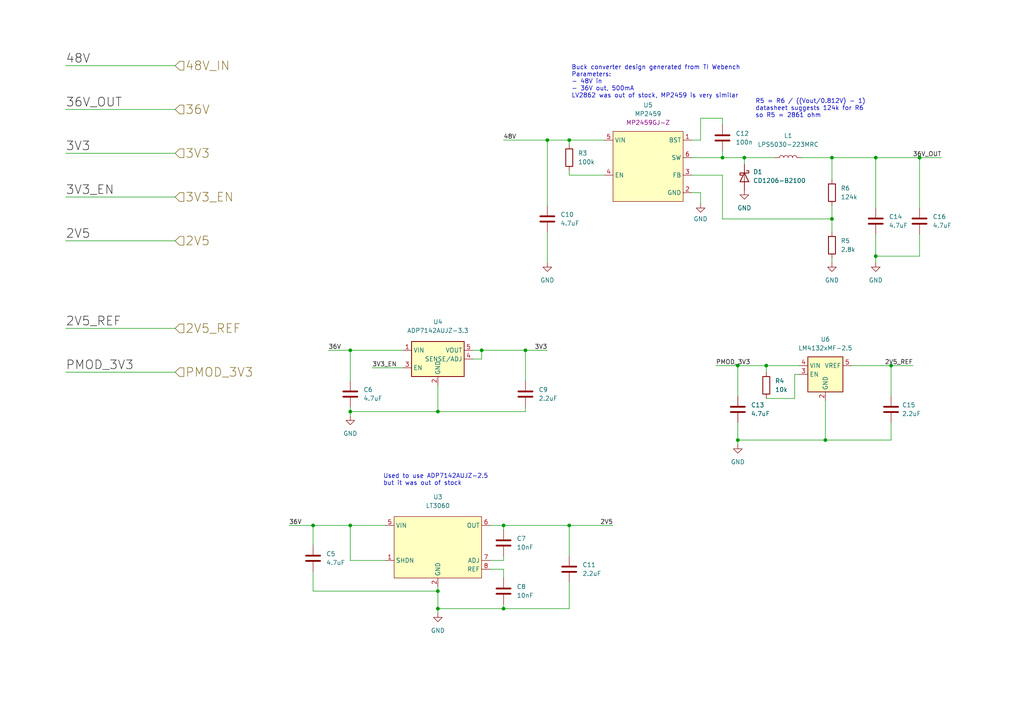
<source format=kicad_sch>
(kicad_sch (version 20211123) (generator eeschema)

  (uuid 8c044747-6f51-4298-b058-074814831f90)

  (paper "A4")

  (lib_symbols
    (symbol "Device:C" (pin_numbers hide) (pin_names (offset 0.254)) (in_bom yes) (on_board yes)
      (property "Reference" "C" (id 0) (at 0.635 2.54 0)
        (effects (font (size 1.27 1.27)) (justify left))
      )
      (property "Value" "C" (id 1) (at 0.635 -2.54 0)
        (effects (font (size 1.27 1.27)) (justify left))
      )
      (property "Footprint" "" (id 2) (at 0.9652 -3.81 0)
        (effects (font (size 1.27 1.27)) hide)
      )
      (property "Datasheet" "~" (id 3) (at 0 0 0)
        (effects (font (size 1.27 1.27)) hide)
      )
      (property "ki_keywords" "cap capacitor" (id 4) (at 0 0 0)
        (effects (font (size 1.27 1.27)) hide)
      )
      (property "ki_description" "Unpolarized capacitor" (id 5) (at 0 0 0)
        (effects (font (size 1.27 1.27)) hide)
      )
      (property "ki_fp_filters" "C_*" (id 6) (at 0 0 0)
        (effects (font (size 1.27 1.27)) hide)
      )
      (symbol "C_0_1"
        (polyline
          (pts
            (xy -2.032 -0.762)
            (xy 2.032 -0.762)
          )
          (stroke (width 0.508) (type default) (color 0 0 0 0))
          (fill (type none))
        )
        (polyline
          (pts
            (xy -2.032 0.762)
            (xy 2.032 0.762)
          )
          (stroke (width 0.508) (type default) (color 0 0 0 0))
          (fill (type none))
        )
      )
      (symbol "C_1_1"
        (pin passive line (at 0 3.81 270) (length 2.794)
          (name "~" (effects (font (size 1.27 1.27))))
          (number "1" (effects (font (size 1.27 1.27))))
        )
        (pin passive line (at 0 -3.81 90) (length 2.794)
          (name "~" (effects (font (size 1.27 1.27))))
          (number "2" (effects (font (size 1.27 1.27))))
        )
      )
    )
    (symbol "Device:D_Schottky" (pin_numbers hide) (pin_names (offset 1.016) hide) (in_bom yes) (on_board yes)
      (property "Reference" "D" (id 0) (at 0 2.54 0)
        (effects (font (size 1.27 1.27)))
      )
      (property "Value" "D_Schottky" (id 1) (at 0 -2.54 0)
        (effects (font (size 1.27 1.27)))
      )
      (property "Footprint" "" (id 2) (at 0 0 0)
        (effects (font (size 1.27 1.27)) hide)
      )
      (property "Datasheet" "~" (id 3) (at 0 0 0)
        (effects (font (size 1.27 1.27)) hide)
      )
      (property "ki_keywords" "diode Schottky" (id 4) (at 0 0 0)
        (effects (font (size 1.27 1.27)) hide)
      )
      (property "ki_description" "Schottky diode" (id 5) (at 0 0 0)
        (effects (font (size 1.27 1.27)) hide)
      )
      (property "ki_fp_filters" "TO-???* *_Diode_* *SingleDiode* D_*" (id 6) (at 0 0 0)
        (effects (font (size 1.27 1.27)) hide)
      )
      (symbol "D_Schottky_0_1"
        (polyline
          (pts
            (xy 1.27 0)
            (xy -1.27 0)
          )
          (stroke (width 0) (type default) (color 0 0 0 0))
          (fill (type none))
        )
        (polyline
          (pts
            (xy 1.27 1.27)
            (xy 1.27 -1.27)
            (xy -1.27 0)
            (xy 1.27 1.27)
          )
          (stroke (width 0.254) (type default) (color 0 0 0 0))
          (fill (type none))
        )
        (polyline
          (pts
            (xy -1.905 0.635)
            (xy -1.905 1.27)
            (xy -1.27 1.27)
            (xy -1.27 -1.27)
            (xy -0.635 -1.27)
            (xy -0.635 -0.635)
          )
          (stroke (width 0.254) (type default) (color 0 0 0 0))
          (fill (type none))
        )
      )
      (symbol "D_Schottky_1_1"
        (pin passive line (at -3.81 0 0) (length 2.54)
          (name "K" (effects (font (size 1.27 1.27))))
          (number "1" (effects (font (size 1.27 1.27))))
        )
        (pin passive line (at 3.81 0 180) (length 2.54)
          (name "A" (effects (font (size 1.27 1.27))))
          (number "2" (effects (font (size 1.27 1.27))))
        )
      )
    )
    (symbol "Device:L" (pin_numbers hide) (pin_names (offset 1.016) hide) (in_bom yes) (on_board yes)
      (property "Reference" "L" (id 0) (at -1.27 0 90)
        (effects (font (size 1.27 1.27)))
      )
      (property "Value" "L" (id 1) (at 1.905 0 90)
        (effects (font (size 1.27 1.27)))
      )
      (property "Footprint" "" (id 2) (at 0 0 0)
        (effects (font (size 1.27 1.27)) hide)
      )
      (property "Datasheet" "~" (id 3) (at 0 0 0)
        (effects (font (size 1.27 1.27)) hide)
      )
      (property "ki_keywords" "inductor choke coil reactor magnetic" (id 4) (at 0 0 0)
        (effects (font (size 1.27 1.27)) hide)
      )
      (property "ki_description" "Inductor" (id 5) (at 0 0 0)
        (effects (font (size 1.27 1.27)) hide)
      )
      (property "ki_fp_filters" "Choke_* *Coil* Inductor_* L_*" (id 6) (at 0 0 0)
        (effects (font (size 1.27 1.27)) hide)
      )
      (symbol "L_0_1"
        (arc (start 0 -2.54) (mid 0.635 -1.905) (end 0 -1.27)
          (stroke (width 0) (type default) (color 0 0 0 0))
          (fill (type none))
        )
        (arc (start 0 -1.27) (mid 0.635 -0.635) (end 0 0)
          (stroke (width 0) (type default) (color 0 0 0 0))
          (fill (type none))
        )
        (arc (start 0 0) (mid 0.635 0.635) (end 0 1.27)
          (stroke (width 0) (type default) (color 0 0 0 0))
          (fill (type none))
        )
        (arc (start 0 1.27) (mid 0.635 1.905) (end 0 2.54)
          (stroke (width 0) (type default) (color 0 0 0 0))
          (fill (type none))
        )
      )
      (symbol "L_1_1"
        (pin passive line (at 0 3.81 270) (length 1.27)
          (name "1" (effects (font (size 1.27 1.27))))
          (number "1" (effects (font (size 1.27 1.27))))
        )
        (pin passive line (at 0 -3.81 90) (length 1.27)
          (name "2" (effects (font (size 1.27 1.27))))
          (number "2" (effects (font (size 1.27 1.27))))
        )
      )
    )
    (symbol "Device:R" (pin_numbers hide) (pin_names (offset 0)) (in_bom yes) (on_board yes)
      (property "Reference" "R" (id 0) (at 2.032 0 90)
        (effects (font (size 1.27 1.27)))
      )
      (property "Value" "R" (id 1) (at 0 0 90)
        (effects (font (size 1.27 1.27)))
      )
      (property "Footprint" "" (id 2) (at -1.778 0 90)
        (effects (font (size 1.27 1.27)) hide)
      )
      (property "Datasheet" "~" (id 3) (at 0 0 0)
        (effects (font (size 1.27 1.27)) hide)
      )
      (property "ki_keywords" "R res resistor" (id 4) (at 0 0 0)
        (effects (font (size 1.27 1.27)) hide)
      )
      (property "ki_description" "Resistor" (id 5) (at 0 0 0)
        (effects (font (size 1.27 1.27)) hide)
      )
      (property "ki_fp_filters" "R_*" (id 6) (at 0 0 0)
        (effects (font (size 1.27 1.27)) hide)
      )
      (symbol "R_0_1"
        (rectangle (start -1.016 -2.54) (end 1.016 2.54)
          (stroke (width 0.254) (type default) (color 0 0 0 0))
          (fill (type none))
        )
      )
      (symbol "R_1_1"
        (pin passive line (at 0 3.81 270) (length 1.27)
          (name "~" (effects (font (size 1.27 1.27))))
          (number "1" (effects (font (size 1.27 1.27))))
        )
        (pin passive line (at 0 -3.81 90) (length 1.27)
          (name "~" (effects (font (size 1.27 1.27))))
          (number "2" (effects (font (size 1.27 1.27))))
        )
      )
    )
    (symbol "Reference_Voltage:LM4132xMF-2.5" (in_bom yes) (on_board yes)
      (property "Reference" "U" (id 0) (at -4.318 6.096 0)
        (effects (font (size 1.27 1.27)))
      )
      (property "Value" "LM4132xMF-2.5" (id 1) (at 7.874 6.096 0)
        (effects (font (size 1.27 1.27)))
      )
      (property "Footprint" "Package_TO_SOT_SMD:SOT-23-5" (id 2) (at 0 -10.16 0)
        (effects (font (size 1.27 1.27)) hide)
      )
      (property "Datasheet" "http://www.ti.com/lit/ds/symlink/lm4132.pdf" (id 3) (at 0 0 0)
        (effects (font (size 1.27 1.27)) hide)
      )
      (property "ki_keywords" "Precision Low Dropout Voltage Reference 2.5V" (id 4) (at 0 0 0)
        (effects (font (size 1.27 1.27)) hide)
      )
      (property "ki_description" "Precision Low Dropout Voltage Reference, 2.5V, ±0.05% to ±0.5%, SOT-23-5" (id 5) (at 0 0 0)
        (effects (font (size 1.27 1.27)) hide)
      )
      (property "ki_fp_filters" "SOT?23*" (id 6) (at 0 0 0)
        (effects (font (size 1.27 1.27)) hide)
      )
      (symbol "LM4132xMF-2.5_0_1"
        (rectangle (start -5.08 5.08) (end 5.08 -5.08)
          (stroke (width 0.254) (type default) (color 0 0 0 0))
          (fill (type background))
        )
      )
      (symbol "LM4132xMF-2.5_1_1"
        (pin no_connect line (at 5.08 0 180) (length 2.54) hide
          (name "NC" (effects (font (size 1.27 1.27))))
          (number "1" (effects (font (size 1.27 1.27))))
        )
        (pin power_in line (at 0 -7.62 90) (length 2.54)
          (name "GND" (effects (font (size 1.27 1.27))))
          (number "2" (effects (font (size 1.27 1.27))))
        )
        (pin input line (at -7.62 0 0) (length 2.54)
          (name "EN" (effects (font (size 1.27 1.27))))
          (number "3" (effects (font (size 1.27 1.27))))
        )
        (pin power_in line (at -7.62 2.54 0) (length 2.54)
          (name "VIN" (effects (font (size 1.27 1.27))))
          (number "4" (effects (font (size 1.27 1.27))))
        )
        (pin power_out line (at 7.62 2.54 180) (length 2.54)
          (name "VREF" (effects (font (size 1.27 1.27))))
          (number "5" (effects (font (size 1.27 1.27))))
        )
      )
    )
    (symbol "Regulator_Linear:ADP7142AUJZ-3.3" (in_bom yes) (on_board yes)
      (property "Reference" "U" (id 0) (at 0 8.89 0)
        (effects (font (size 1.27 1.27)) (justify top))
      )
      (property "Value" "ADP7142AUJZ-3.3" (id 1) (at 0 6.35 0)
        (effects (font (size 1.27 1.27)))
      )
      (property "Footprint" "Package_TO_SOT_SMD:TSOT-23-5" (id 2) (at 0 -10.16 0)
        (effects (font (size 1.27 1.27) italic) hide)
      )
      (property "Datasheet" "https://www.analog.com/media/en/technical-documentation/data-sheets/ADP7142.pdf" (id 3) (at 0 -12.7 0)
        (effects (font (size 1.27 1.27)) hide)
      )
      (property "ki_keywords" "linear regulator ldo fixed positive" (id 4) (at 0 0 0)
        (effects (font (size 1.27 1.27)) hide)
      )
      (property "ki_description" "200mA, Low Noise, CMOS Low Dropout Regulator, Positive, 3.3V Fixed Output, TSOT-23-5" (id 5) (at 0 0 0)
        (effects (font (size 1.27 1.27)) hide)
      )
      (property "ki_fp_filters" "TSOT?23*" (id 6) (at 0 0 0)
        (effects (font (size 1.27 1.27)) hide)
      )
      (symbol "ADP7142AUJZ-3.3_0_1"
        (rectangle (start -7.62 5.08) (end 7.62 -5.08)
          (stroke (width 0.254) (type default) (color 0 0 0 0))
          (fill (type background))
        )
      )
      (symbol "ADP7142AUJZ-3.3_1_1"
        (pin power_in line (at -10.16 2.54 0) (length 2.54)
          (name "VIN" (effects (font (size 1.27 1.27))))
          (number "1" (effects (font (size 1.27 1.27))))
        )
        (pin power_in line (at 0 -7.62 90) (length 2.54)
          (name "GND" (effects (font (size 1.27 1.27))))
          (number "2" (effects (font (size 1.27 1.27))))
        )
        (pin input line (at -10.16 -2.54 0) (length 2.54)
          (name "EN" (effects (font (size 1.27 1.27))))
          (number "3" (effects (font (size 1.27 1.27))))
        )
        (pin input line (at 10.16 0 180) (length 2.54)
          (name "SENSE/ADJ" (effects (font (size 1.27 1.27))))
          (number "4" (effects (font (size 1.27 1.27))))
        )
        (pin power_out line (at 10.16 2.54 180) (length 2.54)
          (name "VOUT" (effects (font (size 1.27 1.27))))
          (number "5" (effects (font (size 1.27 1.27))))
        )
      )
    )
    (symbol "power:GND" (power) (pin_names (offset 0)) (in_bom yes) (on_board yes)
      (property "Reference" "#PWR" (id 0) (at 0 -6.35 0)
        (effects (font (size 1.27 1.27)) hide)
      )
      (property "Value" "GND" (id 1) (at 0 -3.81 0)
        (effects (font (size 1.27 1.27)))
      )
      (property "Footprint" "" (id 2) (at 0 0 0)
        (effects (font (size 1.27 1.27)) hide)
      )
      (property "Datasheet" "" (id 3) (at 0 0 0)
        (effects (font (size 1.27 1.27)) hide)
      )
      (property "ki_keywords" "power-flag" (id 4) (at 0 0 0)
        (effects (font (size 1.27 1.27)) hide)
      )
      (property "ki_description" "Power symbol creates a global label with name \"GND\" , ground" (id 5) (at 0 0 0)
        (effects (font (size 1.27 1.27)) hide)
      )
      (symbol "GND_0_1"
        (polyline
          (pts
            (xy 0 0)
            (xy 0 -1.27)
            (xy 1.27 -1.27)
            (xy 0 -2.54)
            (xy -1.27 -1.27)
            (xy 0 -1.27)
          )
          (stroke (width 0) (type default) (color 0 0 0 0))
          (fill (type none))
        )
      )
      (symbol "GND_1_1"
        (pin power_in line (at 0 0 270) (length 0) hide
          (name "GND" (effects (font (size 1.27 1.27))))
          (number "1" (effects (font (size 1.27 1.27))))
        )
      )
    )
    (symbol "printhead_controller:LT3060" (in_bom yes) (on_board yes)
      (property "Reference" "U" (id 0) (at 22.86 2.54 0)
        (effects (font (size 1.27 1.27)))
      )
      (property "Value" "LT3060" (id 1) (at 12.7 2.54 0)
        (effects (font (size 1.27 1.27)))
      )
      (property "Footprint" "" (id 2) (at 12.7 2.54 0)
        (effects (font (size 1.27 1.27)) hide)
      )
      (property "Datasheet" "" (id 3) (at 12.7 2.54 0)
        (effects (font (size 1.27 1.27)) hide)
      )
      (symbol "LT3060_0_1"
        (rectangle (start 25.4 -17.78) (end 0 0)
          (stroke (width 0) (type default) (color 0 0 0 0))
          (fill (type background))
        )
      )
      (symbol "LT3060_1_1"
        (pin passive line (at -2.54 -12.7 0) (length 2.54)
          (name "SHDN" (effects (font (size 1.27 1.27))))
          (number "1" (effects (font (size 1.27 1.27))))
        )
        (pin passive line (at 12.7 -20.32 90) (length 2.54)
          (name "GND" (effects (font (size 1.27 1.27))))
          (number "2" (effects (font (size 1.27 1.27))))
        )
        (pin passive line (at 12.7 -20.32 90) (length 2.54) hide
          (name "GND" (effects (font (size 1.27 1.27))))
          (number "3" (effects (font (size 1.27 1.27))))
        )
        (pin passive line (at 12.7 -20.32 90) (length 2.54) hide
          (name "GND" (effects (font (size 1.27 1.27))))
          (number "4" (effects (font (size 1.27 1.27))))
        )
        (pin power_in line (at -2.54 -2.54 0) (length 2.54)
          (name "VIN" (effects (font (size 1.27 1.27))))
          (number "5" (effects (font (size 1.27 1.27))))
        )
        (pin power_out line (at 27.94 -2.54 180) (length 2.54)
          (name "OUT" (effects (font (size 1.27 1.27))))
          (number "6" (effects (font (size 1.27 1.27))))
        )
        (pin passive line (at 27.94 -12.7 180) (length 2.54)
          (name "ADJ" (effects (font (size 1.27 1.27))))
          (number "7" (effects (font (size 1.27 1.27))))
        )
        (pin passive line (at 27.94 -15.24 180) (length 2.54)
          (name "REF" (effects (font (size 1.27 1.27))))
          (number "8" (effects (font (size 1.27 1.27))))
        )
      )
    )
    (symbol "printhead_controller:MP2459" (in_bom yes) (on_board yes)
      (property "Reference" "U" (id 0) (at 0 -21.59 0)
        (effects (font (size 1.27 1.27)))
      )
      (property "Value" "MP2459" (id 1) (at 0 1.27 0)
        (effects (font (size 1.27 1.27)))
      )
      (property "Footprint" "" (id 2) (at 0 5.08 0)
        (effects (font (size 1.27 1.27)) hide)
      )
      (property "Datasheet" "https://www.mouser.com/datasheet/2/277/MP2459GJ_Z-2945766.pdf" (id 3) (at 0 3.81 0)
        (effects (font (size 1.27 1.27)) hide)
      )
      (property "manf#" "MP2459GJ-Z" (id 4) (at 0 0 0)
        (effects (font (size 1.27 1.27)))
      )
      (symbol "MP2459_0_1"
        (rectangle (start 10.16 0) (end -10.16 -20.32)
          (stroke (width 0) (type default) (color 0 0 0 0))
          (fill (type background))
        )
      )
      (symbol "MP2459_1_1"
        (pin passive line (at 12.7 -2.54 180) (length 2.54)
          (name "BST" (effects (font (size 1.27 1.27))))
          (number "1" (effects (font (size 1.27 1.27))))
        )
        (pin power_in line (at 12.7 -17.78 180) (length 2.54)
          (name "GND" (effects (font (size 1.27 1.27))))
          (number "2" (effects (font (size 1.27 1.27))))
        )
        (pin passive line (at 12.7 -12.7 180) (length 2.54)
          (name "FB" (effects (font (size 1.27 1.27))))
          (number "3" (effects (font (size 1.27 1.27))))
        )
        (pin input line (at -12.7 -12.7 0) (length 2.54)
          (name "EN" (effects (font (size 1.27 1.27))))
          (number "4" (effects (font (size 1.27 1.27))))
        )
        (pin power_in line (at -12.7 -2.54 0) (length 2.54)
          (name "VIN" (effects (font (size 1.27 1.27))))
          (number "5" (effects (font (size 1.27 1.27))))
        )
        (pin passive line (at 12.7 -7.62 180) (length 2.54)
          (name "SW" (effects (font (size 1.27 1.27))))
          (number "6" (effects (font (size 1.27 1.27))))
        )
      )
    )
  )

  (junction (at 127 176.53) (diameter 0) (color 0 0 0 0)
    (uuid 02648c74-be83-4c87-8d56-8cf0d8d07a3c)
  )
  (junction (at 254 74.295) (diameter 0) (color 0 0 0 0)
    (uuid 041913c8-cdae-4a20-9c4b-3311671c3163)
  )
  (junction (at 127 119.38) (diameter 0) (color 0 0 0 0)
    (uuid 13d52f93-a281-4912-9b8f-6422d7eae7a0)
  )
  (junction (at 258.445 106.045) (diameter 0) (color 0 0 0 0)
    (uuid 159f5f86-1a08-4fd1-90ef-67a601dd40c7)
  )
  (junction (at 241.3 45.72) (diameter 0) (color 0 0 0 0)
    (uuid 19b08413-f2cb-46e0-a79f-498ced3adc44)
  )
  (junction (at 213.995 127.635) (diameter 0) (color 0 0 0 0)
    (uuid 3d6b2382-e5b8-4286-80fb-eaa2c82f0a08)
  )
  (junction (at 139.7 101.6) (diameter 0) (color 0 0 0 0)
    (uuid 4180c687-d4f0-46af-8c1e-037bf248946f)
  )
  (junction (at 158.75 40.64) (diameter 0) (color 0 0 0 0)
    (uuid 49a6ac18-146b-4bb4-bb72-3fb3f293859c)
  )
  (junction (at 209.55 45.72) (diameter 0) (color 0 0 0 0)
    (uuid 6c01c6c6-9aa0-49a3-ba83-8ccbc4eaecda)
  )
  (junction (at 213.995 106.045) (diameter 0) (color 0 0 0 0)
    (uuid 74e2db32-14b6-495c-a723-7934870cf32b)
  )
  (junction (at 146.05 176.53) (diameter 0) (color 0 0 0 0)
    (uuid 78268f53-75fc-4229-9f07-3aef718a10cd)
  )
  (junction (at 127 171.45) (diameter 0) (color 0 0 0 0)
    (uuid 847d6156-482d-4d7e-9c43-da022372adde)
  )
  (junction (at 215.9 45.72) (diameter 0) (color 0 0 0 0)
    (uuid 8955500f-610e-454d-9df2-de2ea338647e)
  )
  (junction (at 146.05 152.4) (diameter 0) (color 0 0 0 0)
    (uuid 8ea0f193-41f1-424b-ac16-490b4a07bcdc)
  )
  (junction (at 101.6 101.6) (diameter 0) (color 0 0 0 0)
    (uuid 9558df2d-308f-400c-b131-38ccc1bc8633)
  )
  (junction (at 90.805 152.4) (diameter 0) (color 0 0 0 0)
    (uuid 9ac62fcd-5e04-439d-81b6-fc80a8ee11f1)
  )
  (junction (at 222.25 106.045) (diameter 0) (color 0 0 0 0)
    (uuid a47eabec-a499-4df0-92ec-7d86f5f86807)
  )
  (junction (at 254 45.72) (diameter 0) (color 0 0 0 0)
    (uuid b1cbd622-c301-4c9c-961a-d66a9ef69dd1)
  )
  (junction (at 239.395 127.635) (diameter 0) (color 0 0 0 0)
    (uuid b21e4e7a-0744-4ad4-b54f-0d6889ee07c3)
  )
  (junction (at 101.6 119.38) (diameter 0) (color 0 0 0 0)
    (uuid b57b9826-c4ab-4fa7-bcd5-08c136bc6aeb)
  )
  (junction (at 266.7 45.72) (diameter 0) (color 0 0 0 0)
    (uuid b9471385-2bc2-4c13-8293-d5f9ae77b19e)
  )
  (junction (at 241.3 63.5) (diameter 0) (color 0 0 0 0)
    (uuid c4bed4a3-dc38-4c46-9d0f-27c9c4c3a9c1)
  )
  (junction (at 165.1 152.4) (diameter 0) (color 0 0 0 0)
    (uuid cd6c8a88-0002-4d78-9dde-5ab0e2a93703)
  )
  (junction (at 101.6 152.4) (diameter 0) (color 0 0 0 0)
    (uuid d9d9da93-63be-4c28-8943-5f7bb4b31b89)
  )
  (junction (at 165.1 40.64) (diameter 0) (color 0 0 0 0)
    (uuid f4f8c556-e8a4-40f1-aa4f-afde5390f0b4)
  )
  (junction (at 152.4 101.6) (diameter 0) (color 0 0 0 0)
    (uuid fe2b2866-62a1-482e-8635-02fb50f9871f)
  )

  (wire (pts (xy 200.66 40.64) (xy 203.2 40.64))
    (stroke (width 0) (type default) (color 0 0 0 0))
    (uuid 0177f2d9-f7b2-4acb-805d-28b9644dfc9b)
  )
  (wire (pts (xy 258.445 122.555) (xy 258.445 127.635))
    (stroke (width 0) (type default) (color 0 0 0 0))
    (uuid 039150cd-7797-43c5-b8e6-d849ca354a2f)
  )
  (wire (pts (xy 158.75 67.31) (xy 158.75 76.2))
    (stroke (width 0) (type default) (color 0 0 0 0))
    (uuid 042b9a93-00bc-4432-8833-306d3e3c4193)
  )
  (wire (pts (xy 90.805 152.4) (xy 101.6 152.4))
    (stroke (width 0) (type default) (color 0 0 0 0))
    (uuid 04f77461-8939-4387-aead-695eee3a87ac)
  )
  (wire (pts (xy 254 45.72) (xy 254 60.325))
    (stroke (width 0) (type default) (color 0 0 0 0))
    (uuid 08d225ca-abc6-465e-8822-854e5816b338)
  )
  (wire (pts (xy 107.95 106.68) (xy 116.84 106.68))
    (stroke (width 0) (type default) (color 0 0 0 0))
    (uuid 0aacf11c-082b-480b-9c75-364b82717b8a)
  )
  (wire (pts (xy 209.55 45.72) (xy 215.9 45.72))
    (stroke (width 0) (type default) (color 0 0 0 0))
    (uuid 0affd8c4-7415-4286-a4bb-a4afee5d4d34)
  )
  (wire (pts (xy 258.445 106.045) (xy 264.795 106.045))
    (stroke (width 0) (type default) (color 0 0 0 0))
    (uuid 0cae7362-fc4c-4ba7-aa42-a9251a82ee10)
  )
  (wire (pts (xy 152.4 101.6) (xy 158.75 101.6))
    (stroke (width 0) (type default) (color 0 0 0 0))
    (uuid 10dc9291-0dc1-4dfa-ba4d-49bdfc2f7689)
  )
  (wire (pts (xy 90.805 165.735) (xy 90.805 171.45))
    (stroke (width 0) (type default) (color 0 0 0 0))
    (uuid 127e30e2-c236-49c7-887b-7531ec6eb8d8)
  )
  (wire (pts (xy 266.7 67.945) (xy 266.7 74.295))
    (stroke (width 0) (type default) (color 0 0 0 0))
    (uuid 145467eb-1644-4ef0-88fe-79ae13b4e404)
  )
  (wire (pts (xy 152.4 110.49) (xy 152.4 101.6))
    (stroke (width 0) (type default) (color 0 0 0 0))
    (uuid 157ea671-04a1-4d8f-aa81-321394beb3da)
  )
  (wire (pts (xy 165.1 40.64) (xy 175.26 40.64))
    (stroke (width 0) (type default) (color 0 0 0 0))
    (uuid 16980b1d-894e-4e5f-a2b2-bac9a1ba3c5b)
  )
  (wire (pts (xy 90.805 158.115) (xy 90.805 152.4))
    (stroke (width 0) (type default) (color 0 0 0 0))
    (uuid 192256e7-f759-4b1f-8992-735f44785112)
  )
  (wire (pts (xy 209.55 50.8) (xy 209.55 63.5))
    (stroke (width 0) (type default) (color 0 0 0 0))
    (uuid 1eaf1175-8b6c-4ef0-9ba2-d8677dabba92)
  )
  (wire (pts (xy 247.015 106.045) (xy 258.445 106.045))
    (stroke (width 0) (type default) (color 0 0 0 0))
    (uuid 1f1a38e8-63f9-4a70-8822-25c0496fc640)
  )
  (wire (pts (xy 95.25 101.6) (xy 101.6 101.6))
    (stroke (width 0) (type default) (color 0 0 0 0))
    (uuid 1f218a4d-6f8c-412a-9582-4f3fc99d9284)
  )
  (wire (pts (xy 146.05 152.4) (xy 146.05 153.67))
    (stroke (width 0) (type default) (color 0 0 0 0))
    (uuid 1f483801-cd84-4f9e-a78c-12895f870c0c)
  )
  (wire (pts (xy 101.6 152.4) (xy 111.76 152.4))
    (stroke (width 0) (type default) (color 0 0 0 0))
    (uuid 1f64c2fa-89ce-4835-bfa2-b9790d679f3f)
  )
  (wire (pts (xy 152.4 101.6) (xy 139.7 101.6))
    (stroke (width 0) (type default) (color 0 0 0 0))
    (uuid 21f3bdc1-e9e0-490b-afab-f0844f2b63bb)
  )
  (wire (pts (xy 127 176.53) (xy 127 177.8))
    (stroke (width 0) (type default) (color 0 0 0 0))
    (uuid 2234c188-392e-484e-b1ae-3f4052ebb9e1)
  )
  (wire (pts (xy 232.41 45.72) (xy 241.3 45.72))
    (stroke (width 0) (type default) (color 0 0 0 0))
    (uuid 22691743-a9ad-41cb-8883-f37e0650fa46)
  )
  (wire (pts (xy 146.05 176.53) (xy 165.1 176.53))
    (stroke (width 0) (type default) (color 0 0 0 0))
    (uuid 2594740d-19b8-405d-8868-24ba24cb89ff)
  )
  (wire (pts (xy 101.6 110.49) (xy 101.6 101.6))
    (stroke (width 0) (type default) (color 0 0 0 0))
    (uuid 268252c3-1623-473d-be10-3b1bb91e7212)
  )
  (wire (pts (xy 101.6 162.56) (xy 111.76 162.56))
    (stroke (width 0) (type default) (color 0 0 0 0))
    (uuid 2710b0dc-4988-4f9b-886e-4f713a2f994e)
  )
  (wire (pts (xy 127 176.53) (xy 146.05 176.53))
    (stroke (width 0) (type default) (color 0 0 0 0))
    (uuid 2a017e92-9de7-4885-9e5d-cb4809bbf8ca)
  )
  (wire (pts (xy 230.505 108.585) (xy 230.505 115.57))
    (stroke (width 0) (type default) (color 0 0 0 0))
    (uuid 2bf9eb5b-009a-4169-b3fe-f43ced3b5358)
  )
  (wire (pts (xy 83.82 152.4) (xy 90.805 152.4))
    (stroke (width 0) (type default) (color 0 0 0 0))
    (uuid 3133cb17-d612-4103-a748-2799ddae3e6e)
  )
  (wire (pts (xy 142.24 165.1) (xy 146.05 165.1))
    (stroke (width 0) (type default) (color 0 0 0 0))
    (uuid 32cb4271-da6b-4a90-8430-4183fc89b838)
  )
  (wire (pts (xy 203.2 34.29) (xy 209.55 34.29))
    (stroke (width 0) (type default) (color 0 0 0 0))
    (uuid 32f6fde8-3fa5-49af-b639-a67856120836)
  )
  (wire (pts (xy 213.995 106.045) (xy 213.995 114.935))
    (stroke (width 0) (type default) (color 0 0 0 0))
    (uuid 36a4d5f1-683d-42e7-a340-636e1ed75600)
  )
  (wire (pts (xy 165.1 40.64) (xy 165.1 41.91))
    (stroke (width 0) (type default) (color 0 0 0 0))
    (uuid 372454aa-43e3-49bd-8d97-ba7fb0dde3b2)
  )
  (wire (pts (xy 127 119.38) (xy 152.4 119.38))
    (stroke (width 0) (type default) (color 0 0 0 0))
    (uuid 3b26e2d5-109e-44a4-b24f-da381262960a)
  )
  (wire (pts (xy 241.3 59.69) (xy 241.3 63.5))
    (stroke (width 0) (type default) (color 0 0 0 0))
    (uuid 41d164ba-efdf-475b-ab71-ec16a1807a46)
  )
  (wire (pts (xy 101.6 118.11) (xy 101.6 119.38))
    (stroke (width 0) (type default) (color 0 0 0 0))
    (uuid 4467417f-accc-4219-a606-fd5cd78a1583)
  )
  (wire (pts (xy 19.05 69.85) (xy 50.8 69.85))
    (stroke (width 0) (type default) (color 0 0 0 0))
    (uuid 47314a0d-1c9b-45bc-9e08-b379a25805f0)
  )
  (wire (pts (xy 127 170.18) (xy 127 171.45))
    (stroke (width 0) (type default) (color 0 0 0 0))
    (uuid 47b7b707-9902-4781-b768-f49ba920b70f)
  )
  (wire (pts (xy 213.995 106.045) (xy 222.25 106.045))
    (stroke (width 0) (type default) (color 0 0 0 0))
    (uuid 480468d5-a4c1-4f86-849d-a4e0745b17eb)
  )
  (wire (pts (xy 241.3 45.72) (xy 254 45.72))
    (stroke (width 0) (type default) (color 0 0 0 0))
    (uuid 488b84e5-2f3a-4247-8483-72677ea935e5)
  )
  (wire (pts (xy 158.75 40.64) (xy 158.75 59.69))
    (stroke (width 0) (type default) (color 0 0 0 0))
    (uuid 4f67894b-6acb-4fdb-9f1e-a6274b0f749e)
  )
  (wire (pts (xy 207.645 106.045) (xy 213.995 106.045))
    (stroke (width 0) (type default) (color 0 0 0 0))
    (uuid 4f9df64e-2432-41b8-a72c-b885534a5cf6)
  )
  (wire (pts (xy 209.55 63.5) (xy 241.3 63.5))
    (stroke (width 0) (type default) (color 0 0 0 0))
    (uuid 50135da2-a360-460b-bcd6-fa919fab62bd)
  )
  (wire (pts (xy 239.395 127.635) (xy 239.395 116.205))
    (stroke (width 0) (type default) (color 0 0 0 0))
    (uuid 55a362f3-d9ff-4bbe-973e-539e20ad7ae1)
  )
  (wire (pts (xy 241.3 63.5) (xy 241.3 67.31))
    (stroke (width 0) (type default) (color 0 0 0 0))
    (uuid 59c3fc33-7dc0-4653-925d-721ded34ff6d)
  )
  (wire (pts (xy 239.395 127.635) (xy 258.445 127.635))
    (stroke (width 0) (type default) (color 0 0 0 0))
    (uuid 5c733f14-cb15-4ced-b8ec-688b84b57b35)
  )
  (wire (pts (xy 165.1 152.4) (xy 177.8 152.4))
    (stroke (width 0) (type default) (color 0 0 0 0))
    (uuid 61753de3-d29e-4b8f-ba0d-4997d7358c8b)
  )
  (wire (pts (xy 101.6 119.38) (xy 101.6 120.65))
    (stroke (width 0) (type default) (color 0 0 0 0))
    (uuid 650e48ae-2f31-4cb4-9d78-ff8822778d04)
  )
  (wire (pts (xy 139.7 101.6) (xy 137.16 101.6))
    (stroke (width 0) (type default) (color 0 0 0 0))
    (uuid 67be287e-440c-4a1f-9da5-47c441f78acb)
  )
  (wire (pts (xy 165.1 49.53) (xy 165.1 50.8))
    (stroke (width 0) (type default) (color 0 0 0 0))
    (uuid 6bf17617-d7e3-458d-b5b0-98565ed183ac)
  )
  (wire (pts (xy 266.7 45.72) (xy 266.7 60.325))
    (stroke (width 0) (type default) (color 0 0 0 0))
    (uuid 6cfbffaf-0ad7-43b1-8630-eb09a96bfb17)
  )
  (wire (pts (xy 213.995 127.635) (xy 213.995 128.905))
    (stroke (width 0) (type default) (color 0 0 0 0))
    (uuid 6d15e61e-a8fb-4485-b23a-e1d6b4723721)
  )
  (wire (pts (xy 165.1 152.4) (xy 165.1 161.29))
    (stroke (width 0) (type default) (color 0 0 0 0))
    (uuid 6fff43da-6791-411f-970e-5d16d4e6929d)
  )
  (wire (pts (xy 146.05 40.64) (xy 158.75 40.64))
    (stroke (width 0) (type default) (color 0 0 0 0))
    (uuid 72d7d8c6-789b-4a97-8e87-be56f62510a4)
  )
  (wire (pts (xy 146.05 176.53) (xy 146.05 175.26))
    (stroke (width 0) (type default) (color 0 0 0 0))
    (uuid 7583f002-dd42-4802-80f4-e2981f6958bc)
  )
  (wire (pts (xy 19.05 95.25) (xy 50.8 95.25))
    (stroke (width 0) (type default) (color 0 0 0 0))
    (uuid 78552d46-deb2-4009-90a8-f68defd0ae4a)
  )
  (wire (pts (xy 137.16 104.14) (xy 139.7 104.14))
    (stroke (width 0) (type default) (color 0 0 0 0))
    (uuid 7aa5551a-7ebf-4f14-8e3c-a000de596422)
  )
  (wire (pts (xy 258.445 106.045) (xy 258.445 114.935))
    (stroke (width 0) (type default) (color 0 0 0 0))
    (uuid 7b2e9e2f-069b-4573-9423-ea36933bc4b4)
  )
  (wire (pts (xy 139.7 104.14) (xy 139.7 101.6))
    (stroke (width 0) (type default) (color 0 0 0 0))
    (uuid 7c4f6b4b-43cd-4b6d-b92d-4ca770b84c02)
  )
  (wire (pts (xy 146.05 162.56) (xy 146.05 161.29))
    (stroke (width 0) (type default) (color 0 0 0 0))
    (uuid 7d3634d6-b949-4cc8-b1b1-a09399559b51)
  )
  (wire (pts (xy 200.66 45.72) (xy 209.55 45.72))
    (stroke (width 0) (type default) (color 0 0 0 0))
    (uuid 80d41f86-3c4a-4d52-8cd4-4ec7464ab20d)
  )
  (wire (pts (xy 127 111.76) (xy 127 119.38))
    (stroke (width 0) (type default) (color 0 0 0 0))
    (uuid 82142a03-c0b4-4398-976c-623582ad599c)
  )
  (wire (pts (xy 19.05 19.05) (xy 50.8 19.05))
    (stroke (width 0) (type default) (color 0 0 0 0))
    (uuid 840076cc-f6e7-4d2f-804f-30efaf880a68)
  )
  (wire (pts (xy 127 171.45) (xy 127 176.53))
    (stroke (width 0) (type default) (color 0 0 0 0))
    (uuid 8c22d8cb-94f2-4709-9458-c01a26f204db)
  )
  (wire (pts (xy 213.995 122.555) (xy 213.995 127.635))
    (stroke (width 0) (type default) (color 0 0 0 0))
    (uuid 8f5fbf11-358b-46c1-a3ac-aeb64f8e93a2)
  )
  (wire (pts (xy 19.05 31.75) (xy 50.8 31.75))
    (stroke (width 0) (type default) (color 0 0 0 0))
    (uuid 900c000c-3b5d-4a08-a574-ce5f9c36c660)
  )
  (wire (pts (xy 266.7 45.72) (xy 273.05 45.72))
    (stroke (width 0) (type default) (color 0 0 0 0))
    (uuid 915c746e-b39a-4cf0-b072-148b6615cc54)
  )
  (wire (pts (xy 254 67.945) (xy 254 74.295))
    (stroke (width 0) (type default) (color 0 0 0 0))
    (uuid 98b00de6-236d-4cf8-b5f2-f99219c2f05c)
  )
  (wire (pts (xy 158.75 40.64) (xy 165.1 40.64))
    (stroke (width 0) (type default) (color 0 0 0 0))
    (uuid 9ab08b46-6723-4c55-996f-c40b63dbeb70)
  )
  (wire (pts (xy 152.4 119.38) (xy 152.4 118.11))
    (stroke (width 0) (type default) (color 0 0 0 0))
    (uuid 9c88513a-8e9a-4b38-8a7f-21e0cc3118e7)
  )
  (wire (pts (xy 101.6 152.4) (xy 101.6 162.56))
    (stroke (width 0) (type default) (color 0 0 0 0))
    (uuid 9edc424b-8ac8-4542-9d30-21889df7e278)
  )
  (wire (pts (xy 101.6 101.6) (xy 116.84 101.6))
    (stroke (width 0) (type default) (color 0 0 0 0))
    (uuid 9f6c739c-c5ad-4eaf-b4c8-f4e655bda6f8)
  )
  (wire (pts (xy 19.05 57.15) (xy 50.8 57.15))
    (stroke (width 0) (type default) (color 0 0 0 0))
    (uuid a0115afc-29e1-40fe-a9e7-0f205cc1c021)
  )
  (wire (pts (xy 266.7 74.295) (xy 254 74.295))
    (stroke (width 0) (type default) (color 0 0 0 0))
    (uuid a614248d-ea71-4c4c-adfa-7e57746c2e4a)
  )
  (wire (pts (xy 19.05 107.95) (xy 50.8 107.95))
    (stroke (width 0) (type default) (color 0 0 0 0))
    (uuid aae7fd4a-9e5c-4851-bced-9e7934e3d0ae)
  )
  (wire (pts (xy 90.805 171.45) (xy 127 171.45))
    (stroke (width 0) (type default) (color 0 0 0 0))
    (uuid abffa26c-31fa-4158-8c93-944660b4af4d)
  )
  (wire (pts (xy 200.66 50.8) (xy 209.55 50.8))
    (stroke (width 0) (type default) (color 0 0 0 0))
    (uuid ad30dd60-dd0f-4a77-aa1d-6cf323a6051e)
  )
  (wire (pts (xy 127 119.38) (xy 101.6 119.38))
    (stroke (width 0) (type default) (color 0 0 0 0))
    (uuid ae42f297-e997-48cd-9aa2-da73c5430a23)
  )
  (wire (pts (xy 165.1 168.91) (xy 165.1 176.53))
    (stroke (width 0) (type default) (color 0 0 0 0))
    (uuid ae5e4e94-64b3-4856-94ca-0809300754d1)
  )
  (wire (pts (xy 241.3 74.93) (xy 241.3 76.2))
    (stroke (width 0) (type default) (color 0 0 0 0))
    (uuid aee9165e-6cb5-4bc0-b0f5-afe62af6760b)
  )
  (wire (pts (xy 213.995 127.635) (xy 239.395 127.635))
    (stroke (width 0) (type default) (color 0 0 0 0))
    (uuid b228d5e6-ebfa-4c1d-b90e-98c5ccbf3cff)
  )
  (wire (pts (xy 215.9 45.72) (xy 215.9 47.625))
    (stroke (width 0) (type default) (color 0 0 0 0))
    (uuid b5b96085-1c56-411f-9530-b7b7d0d390b8)
  )
  (wire (pts (xy 146.05 165.1) (xy 146.05 167.64))
    (stroke (width 0) (type default) (color 0 0 0 0))
    (uuid b8a068ae-656e-4668-8004-55d5845c5682)
  )
  (wire (pts (xy 146.05 152.4) (xy 165.1 152.4))
    (stroke (width 0) (type default) (color 0 0 0 0))
    (uuid bc12804a-53b4-48b1-8639-19bf5b720bfb)
  )
  (wire (pts (xy 200.66 55.88) (xy 203.2 55.88))
    (stroke (width 0) (type default) (color 0 0 0 0))
    (uuid bc2a6774-22ad-4979-adcc-c101f68ebb51)
  )
  (wire (pts (xy 254 74.295) (xy 254 76.2))
    (stroke (width 0) (type default) (color 0 0 0 0))
    (uuid be401471-9e90-4163-be0c-27c7600f4054)
  )
  (wire (pts (xy 231.775 108.585) (xy 230.505 108.585))
    (stroke (width 0) (type default) (color 0 0 0 0))
    (uuid c0427627-a049-4ccc-bab2-8311b9ba767a)
  )
  (wire (pts (xy 215.9 45.72) (xy 224.79 45.72))
    (stroke (width 0) (type default) (color 0 0 0 0))
    (uuid c386bdec-db56-4cdc-95ab-3b7cb75b27b7)
  )
  (wire (pts (xy 142.24 162.56) (xy 146.05 162.56))
    (stroke (width 0) (type default) (color 0 0 0 0))
    (uuid c491ca1f-99f0-4048-ae0c-9806d1796432)
  )
  (wire (pts (xy 209.55 45.72) (xy 209.55 43.815))
    (stroke (width 0) (type default) (color 0 0 0 0))
    (uuid c78e06d7-d7c0-4821-9c01-917ceb22025a)
  )
  (wire (pts (xy 203.2 40.64) (xy 203.2 34.29))
    (stroke (width 0) (type default) (color 0 0 0 0))
    (uuid d74909da-027f-4a82-9d2d-87b7b8a16f47)
  )
  (wire (pts (xy 165.1 50.8) (xy 175.26 50.8))
    (stroke (width 0) (type default) (color 0 0 0 0))
    (uuid e3e2eb68-19db-4f7a-b80c-25d51b8a4610)
  )
  (wire (pts (xy 222.25 106.045) (xy 222.25 107.95))
    (stroke (width 0) (type default) (color 0 0 0 0))
    (uuid e44fbf03-992d-4c0b-93fa-21d8f01818eb)
  )
  (wire (pts (xy 254 45.72) (xy 266.7 45.72))
    (stroke (width 0) (type default) (color 0 0 0 0))
    (uuid e4f4b5df-21c2-4281-a216-5a82b075788a)
  )
  (wire (pts (xy 241.3 45.72) (xy 241.3 52.07))
    (stroke (width 0) (type default) (color 0 0 0 0))
    (uuid e526780f-6bf5-4603-87bc-b8aee70e5e35)
  )
  (wire (pts (xy 222.25 115.57) (xy 230.505 115.57))
    (stroke (width 0) (type default) (color 0 0 0 0))
    (uuid f0f1348b-767f-476d-807b-a3f4c597c308)
  )
  (wire (pts (xy 203.2 55.88) (xy 203.2 59.055))
    (stroke (width 0) (type default) (color 0 0 0 0))
    (uuid f3840264-604a-4af0-b4ac-91fe10c4545c)
  )
  (wire (pts (xy 19.05 44.45) (xy 50.8 44.45))
    (stroke (width 0) (type default) (color 0 0 0 0))
    (uuid f4065c7c-9bbd-48e9-9491-a63ed374013e)
  )
  (wire (pts (xy 209.55 34.29) (xy 209.55 36.195))
    (stroke (width 0) (type default) (color 0 0 0 0))
    (uuid f47456e3-18c3-4e5f-98d7-37ca704e27b6)
  )
  (wire (pts (xy 142.24 152.4) (xy 146.05 152.4))
    (stroke (width 0) (type default) (color 0 0 0 0))
    (uuid f7fe9804-55c5-4dc9-b4dd-948171f85513)
  )
  (wire (pts (xy 222.25 106.045) (xy 231.775 106.045))
    (stroke (width 0) (type default) (color 0 0 0 0))
    (uuid f92bd884-ad64-4967-a3a1-226131e8ef9d)
  )

  (text "Buck converter design generated from TI Webench\nParameters:\n- 48V in\n- 36V out, 500mA\nLV2862 was out of stock, MP2459 is very similar"
    (at 165.735 28.575 0)
    (effects (font (size 1.27 1.27)) (justify left bottom))
    (uuid c58e8a3b-4e09-43b3-ae37-a0babce2fdd4)
  )
  (text "R5 = R6 / ((Vout/0.812V) - 1)\ndatasheet suggests 124k for R6\nso R5 = 2861 ohm"
    (at 219.075 34.29 0)
    (effects (font (size 1.27 1.27)) (justify left bottom))
    (uuid e85fc3cb-a2e0-4afd-bd84-d15567085076)
  )
  (text "Used to use ADP7142AUJZ-2.5\nbut it was out of stock"
    (at 111.125 140.97 0)
    (effects (font (size 1.27 1.27)) (justify left bottom))
    (uuid ec227422-6e42-474b-a595-cd2084d37096)
  )

  (label "PMOD_3V3" (at 207.645 106.045 0)
    (effects (font (size 1.27 1.27)) (justify left bottom))
    (uuid 00681ca1-5134-476f-a5f7-bcaf33e53cdc)
  )
  (label "3V3_EN" (at 19.05 57.15 0)
    (effects (font (size 2.54 2.54)) (justify left bottom))
    (uuid 0c9a7eab-3d31-4d7d-aa20-0e4bda530a53)
  )
  (label "36V" (at 95.25 101.6 0)
    (effects (font (size 1.27 1.27)) (justify left bottom))
    (uuid 1c7c1f7a-c73b-4919-a4d8-aecc7a72eb29)
  )
  (label "2V5" (at 177.8 152.4 180)
    (effects (font (size 1.27 1.27)) (justify right bottom))
    (uuid 1cb9361a-ec27-42ce-bd6f-0b42893ab6ed)
  )
  (label "2V5" (at 19.05 69.85 0)
    (effects (font (size 2.54 2.54)) (justify left bottom))
    (uuid 2354d21c-f62c-466b-b625-4a9571ff7808)
  )
  (label "36V" (at 83.82 152.4 0)
    (effects (font (size 1.27 1.27)) (justify left bottom))
    (uuid 5f6a9478-cf08-4203-8366-0632fc8ae336)
  )
  (label "2V5_REF" (at 264.795 106.045 180)
    (effects (font (size 1.27 1.27)) (justify right bottom))
    (uuid 77d98201-a093-4059-9ad8-a11a358fffd6)
  )
  (label "48V" (at 19.05 19.05 0)
    (effects (font (size 2.54 2.54)) (justify left bottom))
    (uuid 85e44eb5-6ded-4866-b0ed-ee914b9ffc9a)
  )
  (label "36V_OUT" (at 19.05 31.75 0)
    (effects (font (size 2.54 2.54)) (justify left bottom))
    (uuid 9d61ff7a-ba81-436a-9721-c89169a216f1)
  )
  (label "3V3" (at 158.75 101.6 180)
    (effects (font (size 1.27 1.27)) (justify right bottom))
    (uuid a50b92ed-b1d4-4e01-8207-51bb45eac66d)
  )
  (label "2V5_REF" (at 19.05 95.25 0)
    (effects (font (size 2.54 2.54)) (justify left bottom))
    (uuid baa0f38e-88ce-418d-8c0f-4d6a0ee93b5f)
  )
  (label "PMOD_3V3" (at 19.05 107.95 0)
    (effects (font (size 2.54 2.54)) (justify left bottom))
    (uuid d6b678e3-b584-4f3f-9daa-f0d8b96cb611)
  )
  (label "48V" (at 146.05 40.64 0)
    (effects (font (size 1.27 1.27)) (justify left bottom))
    (uuid d94a8ab5-5b07-4985-9e8d-39c4f373cbcc)
  )
  (label "3V3" (at 19.05 44.45 0)
    (effects (font (size 2.54 2.54)) (justify left bottom))
    (uuid f0d303c1-64ce-44dd-8d8e-f4833527cd3e)
  )
  (label "3V3_EN" (at 107.95 106.68 0)
    (effects (font (size 1.27 1.27)) (justify left bottom))
    (uuid f879b7f4-99f2-4bba-ba9e-4c6ca41e5082)
  )
  (label "36V_OUT" (at 273.05 45.72 180)
    (effects (font (size 1.27 1.27)) (justify right bottom))
    (uuid ffa03ee2-b0d8-436c-9c80-80ad429c057f)
  )

  (hierarchical_label "36V" (shape input) (at 50.8 31.75 0)
    (effects (font (size 2.54 2.54)) (justify left))
    (uuid 29d8c77c-098e-4a47-b902-87dd9e153f45)
  )
  (hierarchical_label "2V5_REF" (shape input) (at 50.8 95.25 0)
    (effects (font (size 2.54 2.54)) (justify left))
    (uuid 3fdf3ff8-8a0b-4f3e-a3ca-f2709f297d69)
  )
  (hierarchical_label "3V3" (shape input) (at 50.8 44.45 0)
    (effects (font (size 2.54 2.54)) (justify left))
    (uuid b683838f-ec04-4850-9d49-6aa673edebca)
  )
  (hierarchical_label "PMOD_3V3" (shape input) (at 50.8 107.95 0)
    (effects (font (size 2.54 2.54)) (justify left))
    (uuid c5e0778f-4591-4b59-b9a4-4725edc4bd61)
  )
  (hierarchical_label "3V3_EN" (shape input) (at 50.8 57.15 0)
    (effects (font (size 2.54 2.54)) (justify left))
    (uuid c617d2b9-3315-416f-bc41-7d8f17d08928)
  )
  (hierarchical_label "2V5" (shape input) (at 50.8 69.85 0)
    (effects (font (size 2.54 2.54)) (justify left))
    (uuid d77c8663-c6ef-412d-93c5-bb8a45ce054f)
  )
  (hierarchical_label "48V_IN" (shape input) (at 50.8 19.05 0)
    (effects (font (size 2.54 2.54)) (justify left))
    (uuid ff7151b7-0ac8-4807-80d4-24a6a8bf6a13)
  )

  (symbol (lib_id "Device:C") (at 152.4 114.3 0) (unit 1)
    (in_bom yes) (on_board yes) (fields_autoplaced)
    (uuid 1a454367-1c89-44e8-849e-9ee779f536e3)
    (property "Reference" "C9" (id 0) (at 156.21 113.0299 0)
      (effects (font (size 1.27 1.27)) (justify left))
    )
    (property "Value" "2.2uF" (id 1) (at 156.21 115.5699 0)
      (effects (font (size 1.27 1.27)) (justify left))
    )
    (property "Footprint" "Capacitor_SMD:C_0603_1608Metric_Pad1.08x0.95mm_HandSolder" (id 2) (at 153.3652 118.11 0)
      (effects (font (size 1.27 1.27)) hide)
    )
    (property "Datasheet" "~" (id 3) (at 152.4 114.3 0)
      (effects (font (size 1.27 1.27)) hide)
    )
    (property "manf#" "GRT188R61H225KE13D" (id 4) (at 152.4 114.3 0)
      (effects (font (size 1.27 1.27)) hide)
    )
    (pin "1" (uuid 9d1a80cd-e321-4445-82b1-18e049b743e5))
    (pin "2" (uuid a16b9f54-085f-48fe-af2b-56961b58b47b))
  )

  (symbol (lib_id "printhead_controller:LT3060") (at 114.3 149.86 0) (unit 1)
    (in_bom yes) (on_board yes) (fields_autoplaced)
    (uuid 1bba116a-bdb5-4f85-949c-977f06a114cf)
    (property "Reference" "U3" (id 0) (at 127 144.145 0))
    (property "Value" "LT3060" (id 1) (at 127 146.685 0))
    (property "Footprint" "Package_TO_SOT_SMD:SOT-23-8_Handsoldering" (id 2) (at 127 147.32 0)
      (effects (font (size 1.27 1.27)) hide)
    )
    (property "Datasheet" "https://www.mouser.com/datasheet/2/609/lt3060-2821776.pdf" (id 3) (at 127 147.32 0)
      (effects (font (size 1.27 1.27)) hide)
    )
    (property "manf#" "LT3060ETS8-2.5#TRMPBF" (id 4) (at 114.3 149.86 0)
      (effects (font (size 1.27 1.27)) hide)
    )
    (pin "1" (uuid 79ea994e-5663-42c8-8b8f-55f5fe48fe41))
    (pin "2" (uuid ae9fe2eb-badf-4d47-b364-16ed0b311cdd))
    (pin "3" (uuid b2eeee09-f7dd-4ad6-a93d-a0facf2f0f57))
    (pin "4" (uuid 317e4bb7-b92d-4b12-8adc-1e79f8571c3b))
    (pin "5" (uuid 0a23ad67-e84f-4962-a1ff-9c795c145dbd))
    (pin "6" (uuid b7e1e0a3-ce89-43cc-8cfc-deff1dc1a413))
    (pin "7" (uuid 0854a9d7-7ce3-4c6f-a619-4fb589779cf0))
    (pin "8" (uuid bf205740-cc75-4fe2-9d02-a3cd8aaa54cb))
  )

  (symbol (lib_id "Device:D_Schottky") (at 215.9 51.435 270) (unit 1)
    (in_bom yes) (on_board yes) (fields_autoplaced)
    (uuid 1c125878-f3f7-4c6f-a12a-8f682e0b39ea)
    (property "Reference" "D1" (id 0) (at 218.44 49.8474 90)
      (effects (font (size 1.27 1.27)) (justify left))
    )
    (property "Value" "CD1206-B2100" (id 1) (at 218.44 52.3874 90)
      (effects (font (size 1.27 1.27)) (justify left))
    )
    (property "Footprint" "Diode_SMD:D_1206_3216Metric_Pad1.42x1.75mm_HandSolder" (id 2) (at 215.9 51.435 0)
      (effects (font (size 1.27 1.27)) hide)
    )
    (property "Datasheet" "~" (id 3) (at 215.9 51.435 0)
      (effects (font (size 1.27 1.27)) hide)
    )
    (property "manf#" "CD1206-B2100" (id 4) (at 215.9 51.435 90)
      (effects (font (size 1.27 1.27)) hide)
    )
    (pin "1" (uuid 1bb4dba7-5252-494d-9267-d4abaa5fbf64))
    (pin "2" (uuid e6dadd21-e73d-42d1-9542-a4995ba06eb8))
  )

  (symbol (lib_id "Device:C") (at 165.1 165.1 0) (unit 1)
    (in_bom yes) (on_board yes) (fields_autoplaced)
    (uuid 275f28bb-8265-4da8-bee6-fc540bf19d86)
    (property "Reference" "C11" (id 0) (at 168.91 163.8299 0)
      (effects (font (size 1.27 1.27)) (justify left))
    )
    (property "Value" "2.2uF" (id 1) (at 168.91 166.3699 0)
      (effects (font (size 1.27 1.27)) (justify left))
    )
    (property "Footprint" "Capacitor_SMD:C_0603_1608Metric_Pad1.08x0.95mm_HandSolder" (id 2) (at 166.0652 168.91 0)
      (effects (font (size 1.27 1.27)) hide)
    )
    (property "Datasheet" "~" (id 3) (at 165.1 165.1 0)
      (effects (font (size 1.27 1.27)) hide)
    )
    (property "manf#" "GRT188R61H225KE13D" (id 4) (at 165.1 165.1 0)
      (effects (font (size 1.27 1.27)) hide)
    )
    (pin "1" (uuid c7effa3c-6422-483b-bb40-5f490cb177dd))
    (pin "2" (uuid 3003f607-bad4-454f-9f29-328ab9855e36))
  )

  (symbol (lib_id "Device:R") (at 222.25 111.76 0) (unit 1)
    (in_bom yes) (on_board yes) (fields_autoplaced)
    (uuid 2dd86388-23e8-4c80-bc66-dda91e8afb9e)
    (property "Reference" "R4" (id 0) (at 224.79 110.4899 0)
      (effects (font (size 1.27 1.27)) (justify left))
    )
    (property "Value" "10k" (id 1) (at 224.79 113.0299 0)
      (effects (font (size 1.27 1.27)) (justify left))
    )
    (property "Footprint" "Resistor_SMD:R_0603_1608Metric_Pad0.98x0.95mm_HandSolder" (id 2) (at 220.472 111.76 90)
      (effects (font (size 1.27 1.27)) hide)
    )
    (property "Datasheet" "~" (id 3) (at 222.25 111.76 0)
      (effects (font (size 1.27 1.27)) hide)
    )
    (property "manf#" "CMP0603AFX-1002ELF" (id 4) (at 222.25 111.76 0)
      (effects (font (size 1.27 1.27)) hide)
    )
    (pin "1" (uuid 3d029abc-8c11-466c-b0d1-de31b83e4df6))
    (pin "2" (uuid 6033445f-e014-4e18-924d-bebd81837fc1))
  )

  (symbol (lib_id "power:GND") (at 215.9 55.245 0) (unit 1)
    (in_bom yes) (on_board yes) (fields_autoplaced)
    (uuid 3486901d-91b3-453a-88eb-a93061648062)
    (property "Reference" "#PWR026" (id 0) (at 215.9 61.595 0)
      (effects (font (size 1.27 1.27)) hide)
    )
    (property "Value" "GND" (id 1) (at 215.9 60.325 0))
    (property "Footprint" "" (id 2) (at 215.9 55.245 0)
      (effects (font (size 1.27 1.27)) hide)
    )
    (property "Datasheet" "" (id 3) (at 215.9 55.245 0)
      (effects (font (size 1.27 1.27)) hide)
    )
    (pin "1" (uuid f58070a6-00df-4244-8883-326904a3283a))
  )

  (symbol (lib_id "Device:C") (at 266.7 64.135 0) (unit 1)
    (in_bom yes) (on_board yes) (fields_autoplaced)
    (uuid 3cc5c586-a626-47eb-a4f5-cbe96d0dc46e)
    (property "Reference" "C16" (id 0) (at 270.51 62.8649 0)
      (effects (font (size 1.27 1.27)) (justify left))
    )
    (property "Value" "4.7uF" (id 1) (at 270.51 65.4049 0)
      (effects (font (size 1.27 1.27)) (justify left))
    )
    (property "Footprint" "Capacitor_SMD:C_1206_3216Metric_Pad1.33x1.80mm_HandSolder" (id 2) (at 267.6652 67.945 0)
      (effects (font (size 1.27 1.27)) hide)
    )
    (property "Datasheet" "~" (id 3) (at 266.7 64.135 0)
      (effects (font (size 1.27 1.27)) hide)
    )
    (property "manf#" "GRM31CC72A475ME11L" (id 4) (at 266.7 64.135 0)
      (effects (font (size 1.27 1.27)) hide)
    )
    (pin "1" (uuid 731b4096-20e8-4383-866c-8962eb0af61c))
    (pin "2" (uuid e2c6234c-b12b-4ecf-a060-63ed27743d90))
  )

  (symbol (lib_id "Device:L") (at 228.6 45.72 90) (unit 1)
    (in_bom yes) (on_board yes) (fields_autoplaced)
    (uuid 4a7eb56e-ed44-49a7-8b36-081cd0b0d8d6)
    (property "Reference" "L1" (id 0) (at 228.6 39.37 90))
    (property "Value" "LPS5030-223MRC" (id 1) (at 228.6 41.91 90))
    (property "Footprint" "Inductor_SMD:L_Coilcraft_LPS5030" (id 2) (at 228.6 45.72 0)
      (effects (font (size 1.27 1.27)) hide)
    )
    (property "Datasheet" "~" (id 3) (at 228.6 45.72 0)
      (effects (font (size 1.27 1.27)) hide)
    )
    (property "manf#" "LPS5030-223MRC" (id 4) (at 228.6 45.72 90)
      (effects (font (size 1.27 1.27)) hide)
    )
    (pin "1" (uuid b3996abd-b1b8-463f-a6d2-c11cf8c9e7c1))
    (pin "2" (uuid 2e28adb0-6125-4b6b-9c1a-d294718c1aa5))
  )

  (symbol (lib_id "power:GND") (at 158.75 76.2 0) (unit 1)
    (in_bom yes) (on_board yes) (fields_autoplaced)
    (uuid 501be637-1b8e-4d40-9608-61bcff00823c)
    (property "Reference" "#PWR023" (id 0) (at 158.75 82.55 0)
      (effects (font (size 1.27 1.27)) hide)
    )
    (property "Value" "GND" (id 1) (at 158.75 81.28 0))
    (property "Footprint" "" (id 2) (at 158.75 76.2 0)
      (effects (font (size 1.27 1.27)) hide)
    )
    (property "Datasheet" "" (id 3) (at 158.75 76.2 0)
      (effects (font (size 1.27 1.27)) hide)
    )
    (pin "1" (uuid 1921208f-a611-47f2-8208-8b920a0f014a))
  )

  (symbol (lib_id "power:GND") (at 101.6 120.65 0) (unit 1)
    (in_bom yes) (on_board yes) (fields_autoplaced)
    (uuid 673b2a00-38e5-42e2-b3a2-cb225a9dac0c)
    (property "Reference" "#PWR021" (id 0) (at 101.6 127 0)
      (effects (font (size 1.27 1.27)) hide)
    )
    (property "Value" "GND" (id 1) (at 101.6 125.73 0))
    (property "Footprint" "" (id 2) (at 101.6 120.65 0)
      (effects (font (size 1.27 1.27)) hide)
    )
    (property "Datasheet" "" (id 3) (at 101.6 120.65 0)
      (effects (font (size 1.27 1.27)) hide)
    )
    (pin "1" (uuid f1733b25-31d4-4c96-9b52-ab9798688cc0))
  )

  (symbol (lib_id "Device:C") (at 258.445 118.745 0) (unit 1)
    (in_bom yes) (on_board yes) (fields_autoplaced)
    (uuid 6acd7202-5927-4baf-bf3d-e7c3211de2fa)
    (property "Reference" "C15" (id 0) (at 261.62 117.4749 0)
      (effects (font (size 1.27 1.27)) (justify left))
    )
    (property "Value" "2.2uF" (id 1) (at 261.62 120.0149 0)
      (effects (font (size 1.27 1.27)) (justify left))
    )
    (property "Footprint" "Capacitor_SMD:C_0603_1608Metric_Pad1.08x0.95mm_HandSolder" (id 2) (at 259.4102 122.555 0)
      (effects (font (size 1.27 1.27)) hide)
    )
    (property "Datasheet" "~" (id 3) (at 258.445 118.745 0)
      (effects (font (size 1.27 1.27)) hide)
    )
    (property "manf#" "GRT188R61H225KE13D" (id 4) (at 258.445 118.745 0)
      (effects (font (size 1.27 1.27)) hide)
    )
    (pin "1" (uuid 722fa5fe-b135-46f0-9e7a-5b7ddafd6f8a))
    (pin "2" (uuid 5843d3d8-4f54-4a5e-94cf-731c528078b0))
  )

  (symbol (lib_id "Device:C") (at 158.75 63.5 0) (unit 1)
    (in_bom yes) (on_board yes) (fields_autoplaced)
    (uuid 7433149a-3442-4eee-99ae-1419fe045805)
    (property "Reference" "C10" (id 0) (at 162.56 62.2299 0)
      (effects (font (size 1.27 1.27)) (justify left))
    )
    (property "Value" "4.7uF" (id 1) (at 162.56 64.7699 0)
      (effects (font (size 1.27 1.27)) (justify left))
    )
    (property "Footprint" "Capacitor_SMD:C_1206_3216Metric_Pad1.33x1.80mm_HandSolder" (id 2) (at 159.7152 67.31 0)
      (effects (font (size 1.27 1.27)) hide)
    )
    (property "Datasheet" "~" (id 3) (at 158.75 63.5 0)
      (effects (font (size 1.27 1.27)) hide)
    )
    (property "manf#" "GRM31CC72A475ME11L" (id 4) (at 158.75 63.5 0)
      (effects (font (size 1.27 1.27)) hide)
    )
    (pin "1" (uuid 5df3517e-2f2f-469a-9fdf-d58f7fa4aefb))
    (pin "2" (uuid 2d75f2c2-c3ba-428f-9347-4dda50b09286))
  )

  (symbol (lib_id "Device:R") (at 165.1 45.72 0) (unit 1)
    (in_bom yes) (on_board yes) (fields_autoplaced)
    (uuid 7f12299f-e287-4fd2-8818-36ce0d5cb592)
    (property "Reference" "R3" (id 0) (at 167.64 44.4499 0)
      (effects (font (size 1.27 1.27)) (justify left))
    )
    (property "Value" "100k" (id 1) (at 167.64 46.9899 0)
      (effects (font (size 1.27 1.27)) (justify left))
    )
    (property "Footprint" "Resistor_SMD:R_0603_1608Metric_Pad0.98x0.95mm_HandSolder" (id 2) (at 163.322 45.72 90)
      (effects (font (size 1.27 1.27)) hide)
    )
    (property "Datasheet" "~" (id 3) (at 165.1 45.72 0)
      (effects (font (size 1.27 1.27)) hide)
    )
    (property "manf#" "CHV0603-FX-1003EST" (id 4) (at 165.1 45.72 0)
      (effects (font (size 1.27 1.27)) hide)
    )
    (pin "1" (uuid b789703b-ca40-400f-929a-446b6582ff61))
    (pin "2" (uuid a04199d5-1929-4c71-b1c1-ac84e1319139))
  )

  (symbol (lib_id "Device:C") (at 146.05 157.48 0) (unit 1)
    (in_bom yes) (on_board yes) (fields_autoplaced)
    (uuid 81473c53-128f-4951-b0b7-e3ed45f299cd)
    (property "Reference" "C7" (id 0) (at 149.86 156.2099 0)
      (effects (font (size 1.27 1.27)) (justify left))
    )
    (property "Value" "10nF" (id 1) (at 149.86 158.7499 0)
      (effects (font (size 1.27 1.27)) (justify left))
    )
    (property "Footprint" "Capacitor_SMD:C_0603_1608Metric_Pad1.08x0.95mm_HandSolder" (id 2) (at 147.0152 161.29 0)
      (effects (font (size 1.27 1.27)) hide)
    )
    (property "Datasheet" "~" (id 3) (at 146.05 157.48 0)
      (effects (font (size 1.27 1.27)) hide)
    )
    (property "manf#" "GCM188R71H103KA37J" (id 4) (at 146.05 157.48 0)
      (effects (font (size 1.27 1.27)) hide)
    )
    (pin "1" (uuid 8d42209e-6624-4187-a589-a377fb713ab2))
    (pin "2" (uuid 2cc89c38-85c8-4ba3-be7b-78c2a287dfbd))
  )

  (symbol (lib_id "Device:R") (at 241.3 71.12 0) (unit 1)
    (in_bom yes) (on_board yes) (fields_autoplaced)
    (uuid 892772c7-4405-4e28-8783-dd55815af31a)
    (property "Reference" "R5" (id 0) (at 243.84 69.8499 0)
      (effects (font (size 1.27 1.27)) (justify left))
    )
    (property "Value" "2.8k" (id 1) (at 243.84 72.3899 0)
      (effects (font (size 1.27 1.27)) (justify left))
    )
    (property "Footprint" "Resistor_SMD:R_0603_1608Metric_Pad0.98x0.95mm_HandSolder" (id 2) (at 239.522 71.12 90)
      (effects (font (size 1.27 1.27)) hide)
    )
    (property "Datasheet" "~" (id 3) (at 241.3 71.12 0)
      (effects (font (size 1.27 1.27)) hide)
    )
    (property "manf#" "RN73H1JTTD2801B25" (id 4) (at 241.3 71.12 0)
      (effects (font (size 1.27 1.27)) hide)
    )
    (pin "1" (uuid 89caf210-a61f-4806-ae99-755a4430e86a))
    (pin "2" (uuid 3d20e9f9-e4d9-4eee-9496-01b828be8946))
  )

  (symbol (lib_id "power:GND") (at 254 76.2 0) (unit 1)
    (in_bom yes) (on_board yes) (fields_autoplaced)
    (uuid 8daf908d-b609-45e7-aa6c-dcebac771c0b)
    (property "Reference" "#PWR028" (id 0) (at 254 82.55 0)
      (effects (font (size 1.27 1.27)) hide)
    )
    (property "Value" "GND" (id 1) (at 254 81.28 0))
    (property "Footprint" "" (id 2) (at 254 76.2 0)
      (effects (font (size 1.27 1.27)) hide)
    )
    (property "Datasheet" "" (id 3) (at 254 76.2 0)
      (effects (font (size 1.27 1.27)) hide)
    )
    (pin "1" (uuid 51c6d051-c2a0-4890-a735-ab5b631ea155))
  )

  (symbol (lib_id "power:GND") (at 127 177.8 0) (unit 1)
    (in_bom yes) (on_board yes) (fields_autoplaced)
    (uuid 8f9e9e8b-37b6-4ff4-bf4a-e3020ea41fe2)
    (property "Reference" "#PWR022" (id 0) (at 127 184.15 0)
      (effects (font (size 1.27 1.27)) hide)
    )
    (property "Value" "GND" (id 1) (at 127 182.88 0))
    (property "Footprint" "" (id 2) (at 127 177.8 0)
      (effects (font (size 1.27 1.27)) hide)
    )
    (property "Datasheet" "" (id 3) (at 127 177.8 0)
      (effects (font (size 1.27 1.27)) hide)
    )
    (pin "1" (uuid c7ed5737-dba0-4118-915b-37971b9e8d6f))
  )

  (symbol (lib_id "Device:C") (at 213.995 118.745 0) (unit 1)
    (in_bom yes) (on_board yes) (fields_autoplaced)
    (uuid 9b3f3fe6-116c-451d-b23c-875058d72d69)
    (property "Reference" "C13" (id 0) (at 217.805 117.4749 0)
      (effects (font (size 1.27 1.27)) (justify left))
    )
    (property "Value" "4.7uF" (id 1) (at 217.805 120.0149 0)
      (effects (font (size 1.27 1.27)) (justify left))
    )
    (property "Footprint" "Capacitor_SMD:C_1206_3216Metric_Pad1.33x1.80mm_HandSolder" (id 2) (at 214.9602 122.555 0)
      (effects (font (size 1.27 1.27)) hide)
    )
    (property "Datasheet" "~" (id 3) (at 213.995 118.745 0)
      (effects (font (size 1.27 1.27)) hide)
    )
    (property "manf#" "GRM31CC72A475ME11L" (id 4) (at 213.995 118.745 0)
      (effects (font (size 1.27 1.27)) hide)
    )
    (pin "1" (uuid e32ad307-e561-4668-a989-919a71c8aeab))
    (pin "2" (uuid 51da527e-5a51-49ea-be8d-e3081db05ec2))
  )

  (symbol (lib_id "power:GND") (at 213.995 128.905 0) (unit 1)
    (in_bom yes) (on_board yes) (fields_autoplaced)
    (uuid 9c8a946a-eab4-45eb-98a2-42287969ff21)
    (property "Reference" "#PWR025" (id 0) (at 213.995 135.255 0)
      (effects (font (size 1.27 1.27)) hide)
    )
    (property "Value" "GND" (id 1) (at 213.995 133.985 0))
    (property "Footprint" "" (id 2) (at 213.995 128.905 0)
      (effects (font (size 1.27 1.27)) hide)
    )
    (property "Datasheet" "" (id 3) (at 213.995 128.905 0)
      (effects (font (size 1.27 1.27)) hide)
    )
    (pin "1" (uuid 65932dbb-cde7-4033-aa94-017826352103))
  )

  (symbol (lib_id "Device:C") (at 209.55 40.005 0) (unit 1)
    (in_bom yes) (on_board yes) (fields_autoplaced)
    (uuid a37791e4-c6ce-4872-9812-f35422bc566c)
    (property "Reference" "C12" (id 0) (at 213.36 38.7349 0)
      (effects (font (size 1.27 1.27)) (justify left))
    )
    (property "Value" "100n" (id 1) (at 213.36 41.2749 0)
      (effects (font (size 1.27 1.27)) (justify left))
    )
    (property "Footprint" "Capacitor_SMD:C_0603_1608Metric_Pad1.08x0.95mm_HandSolder" (id 2) (at 210.5152 43.815 0)
      (effects (font (size 1.27 1.27)) hide)
    )
    (property "Datasheet" "~" (id 3) (at 209.55 40.005 0)
      (effects (font (size 1.27 1.27)) hide)
    )
    (property "manf#" "CS0603KRX7R9BB104" (id 4) (at 209.55 40.005 0)
      (effects (font (size 1.27 1.27)) hide)
    )
    (pin "1" (uuid 57be74fb-1441-4e9c-8582-eb00aba215c4))
    (pin "2" (uuid 80e3ad5d-889e-4a8a-b73e-70274e2b680b))
  )

  (symbol (lib_id "Device:C") (at 101.6 114.3 0) (unit 1)
    (in_bom yes) (on_board yes) (fields_autoplaced)
    (uuid a9fd4718-5834-4aa8-8fff-22e695a2a9ed)
    (property "Reference" "C6" (id 0) (at 105.41 113.0299 0)
      (effects (font (size 1.27 1.27)) (justify left))
    )
    (property "Value" "4.7uF" (id 1) (at 105.41 115.5699 0)
      (effects (font (size 1.27 1.27)) (justify left))
    )
    (property "Footprint" "Capacitor_SMD:C_1206_3216Metric_Pad1.33x1.80mm_HandSolder" (id 2) (at 102.5652 118.11 0)
      (effects (font (size 1.27 1.27)) hide)
    )
    (property "Datasheet" "~" (id 3) (at 101.6 114.3 0)
      (effects (font (size 1.27 1.27)) hide)
    )
    (property "manf#" "GRM31CC72A475ME11L" (id 4) (at 101.6 114.3 0)
      (effects (font (size 1.27 1.27)) hide)
    )
    (pin "1" (uuid dc925ab0-6628-4762-9b30-eb4599cc4352))
    (pin "2" (uuid 0e11c739-285c-4dd3-9ace-e71979c3e3a5))
  )

  (symbol (lib_id "power:GND") (at 203.2 59.055 0) (unit 1)
    (in_bom yes) (on_board yes) (fields_autoplaced)
    (uuid ac0e8ce3-0c4f-43f9-9ab9-0ad4d5de4711)
    (property "Reference" "#PWR024" (id 0) (at 203.2 65.405 0)
      (effects (font (size 1.27 1.27)) hide)
    )
    (property "Value" "GND" (id 1) (at 203.2 63.5 0))
    (property "Footprint" "" (id 2) (at 203.2 59.055 0)
      (effects (font (size 1.27 1.27)) hide)
    )
    (property "Datasheet" "" (id 3) (at 203.2 59.055 0)
      (effects (font (size 1.27 1.27)) hide)
    )
    (pin "1" (uuid 53c0d185-7184-4d00-8587-92a8d3de9a94))
  )

  (symbol (lib_id "Regulator_Linear:ADP7142AUJZ-3.3") (at 127 104.14 0) (unit 1)
    (in_bom yes) (on_board yes) (fields_autoplaced)
    (uuid ba7ddd69-7955-43a0-ad73-f016c7c8af35)
    (property "Reference" "U4" (id 0) (at 127 93.345 0))
    (property "Value" "ADP7142AUJZ-3.3" (id 1) (at 127 95.885 0))
    (property "Footprint" "Package_TO_SOT_SMD:TSOT-23-5" (id 2) (at 127 114.3 0)
      (effects (font (size 1.27 1.27) italic) hide)
    )
    (property "Datasheet" "https://www.analog.com/media/en/technical-documentation/data-sheets/ADP7142.pdf" (id 3) (at 127 116.84 0)
      (effects (font (size 1.27 1.27)) hide)
    )
    (property "manf#" "ADP7142AUJZ-3.3-R7" (id 4) (at 127 104.14 0)
      (effects (font (size 1.27 1.27)) hide)
    )
    (pin "1" (uuid bac4d080-70cc-41d3-91a1-1d0bd5920cb2))
    (pin "2" (uuid 791b0d7b-8b7e-4ca7-afea-43ce21cf4f5b))
    (pin "3" (uuid 7d0e3b38-63ec-45d6-a566-39227880f166))
    (pin "4" (uuid e35454d4-1b2b-4c45-967d-ee0d65230ac6))
    (pin "5" (uuid 9b91d429-0cf5-47cc-b281-42e066fafeb0))
  )

  (symbol (lib_id "printhead_controller:MP2459") (at 187.96 38.1 0) (unit 1)
    (in_bom yes) (on_board yes) (fields_autoplaced)
    (uuid c4e5bc87-9315-458f-80bc-35e7f4dade8f)
    (property "Reference" "U5" (id 0) (at 187.96 30.48 0))
    (property "Value" "MP2459" (id 1) (at 187.96 33.02 0))
    (property "Footprint" "Package_TO_SOT_SMD:TSOT-23-6_HandSoldering" (id 2) (at 187.96 33.02 0)
      (effects (font (size 1.27 1.27)) hide)
    )
    (property "Datasheet" "https://www.mouser.com/datasheet/2/277/MP2459GJ_Z-2945766.pdf" (id 3) (at 187.96 34.29 0)
      (effects (font (size 1.27 1.27)) hide)
    )
    (property "manf#" "MP2459GJ-Z" (id 4) (at 187.96 35.56 0))
    (pin "1" (uuid d5fd1139-704e-464a-bd27-a83c64a7b89e))
    (pin "2" (uuid 5b39078b-04ab-4490-9353-7be1abda9fad))
    (pin "3" (uuid 881bd4a0-d974-4262-935c-9b5ec9b26b31))
    (pin "4" (uuid 8e00ddee-c8a6-4cc3-ab9e-3667e54ff679))
    (pin "5" (uuid a012a813-82f8-4019-954d-490ca4e34735))
    (pin "6" (uuid b7cf5309-93fc-405e-a49c-01da5771fa67))
  )

  (symbol (lib_id "Device:C") (at 146.05 171.45 0) (unit 1)
    (in_bom yes) (on_board yes) (fields_autoplaced)
    (uuid ccbccb3e-89b1-4dab-802b-390fc836ac8c)
    (property "Reference" "C8" (id 0) (at 149.86 170.1799 0)
      (effects (font (size 1.27 1.27)) (justify left))
    )
    (property "Value" "10nF" (id 1) (at 149.86 172.7199 0)
      (effects (font (size 1.27 1.27)) (justify left))
    )
    (property "Footprint" "Capacitor_SMD:C_0603_1608Metric_Pad1.08x0.95mm_HandSolder" (id 2) (at 147.0152 175.26 0)
      (effects (font (size 1.27 1.27)) hide)
    )
    (property "Datasheet" "~" (id 3) (at 146.05 171.45 0)
      (effects (font (size 1.27 1.27)) hide)
    )
    (property "manf#" "GCM188R71H103KA37J" (id 4) (at 146.05 171.45 0)
      (effects (font (size 1.27 1.27)) hide)
    )
    (pin "1" (uuid 8280cc95-5423-4a6e-9be0-946f3e7e9a9e))
    (pin "2" (uuid 1bfa9183-1e3c-4dd1-b800-364f980dd52d))
  )

  (symbol (lib_id "Device:R") (at 241.3 55.88 0) (unit 1)
    (in_bom yes) (on_board yes) (fields_autoplaced)
    (uuid d625c74f-447a-4784-9727-de2be8ddbe15)
    (property "Reference" "R6" (id 0) (at 243.84 54.6099 0)
      (effects (font (size 1.27 1.27)) (justify left))
    )
    (property "Value" "124k" (id 1) (at 243.84 57.1499 0)
      (effects (font (size 1.27 1.27)) (justify left))
    )
    (property "Footprint" "Resistor_SMD:R_0603_1608Metric_Pad0.98x0.95mm_HandSolder" (id 2) (at 239.522 55.88 90)
      (effects (font (size 1.27 1.27)) hide)
    )
    (property "Datasheet" "~" (id 3) (at 241.3 55.88 0)
      (effects (font (size 1.27 1.27)) hide)
    )
    (property "manf#" "CR0603-FX-1243ELF" (id 4) (at 241.3 55.88 0)
      (effects (font (size 1.27 1.27)) hide)
    )
    (pin "1" (uuid 1e8c663b-64fc-4757-bb1e-2a598451d1f0))
    (pin "2" (uuid 32303de2-a089-4036-9961-f3e6f0fcf75e))
  )

  (symbol (lib_id "power:GND") (at 241.3 76.2 0) (unit 1)
    (in_bom yes) (on_board yes) (fields_autoplaced)
    (uuid e2369c56-0be1-4d85-952e-845d6d2446b0)
    (property "Reference" "#PWR027" (id 0) (at 241.3 82.55 0)
      (effects (font (size 1.27 1.27)) hide)
    )
    (property "Value" "GND" (id 1) (at 241.3 81.28 0))
    (property "Footprint" "" (id 2) (at 241.3 76.2 0)
      (effects (font (size 1.27 1.27)) hide)
    )
    (property "Datasheet" "" (id 3) (at 241.3 76.2 0)
      (effects (font (size 1.27 1.27)) hide)
    )
    (pin "1" (uuid 99156aac-13b2-4b7c-911b-bbf0a1544919))
  )

  (symbol (lib_id "Reference_Voltage:LM4132xMF-2.5") (at 239.395 108.585 0) (unit 1)
    (in_bom yes) (on_board yes) (fields_autoplaced)
    (uuid ea1b47f7-af25-4f6f-bfcd-d58cfaafa6c9)
    (property "Reference" "U6" (id 0) (at 239.395 98.425 0))
    (property "Value" "LM4132xMF-2.5" (id 1) (at 239.395 100.965 0))
    (property "Footprint" "Package_TO_SOT_SMD:SOT-23-5" (id 2) (at 239.395 118.745 0)
      (effects (font (size 1.27 1.27)) hide)
    )
    (property "Datasheet" "http://www.ti.com/lit/ds/symlink/lm4132.pdf" (id 3) (at 239.395 108.585 0)
      (effects (font (size 1.27 1.27)) hide)
    )
    (property "manf#" "LM4132CMFX-2.5/NOPB" (id 4) (at 239.395 108.585 0)
      (effects (font (size 1.27 1.27)) hide)
    )
    (pin "1" (uuid 1c320a9a-86c9-4d93-b172-04fe74901bd4))
    (pin "2" (uuid 8c189ece-8669-43ff-93e4-24be7caa1aa5))
    (pin "3" (uuid c71065b0-a880-4848-9a43-07f2135ef290))
    (pin "4" (uuid be17d38b-3f14-4fe1-856e-9e9e4d8a3dc1))
    (pin "5" (uuid 134ebcff-62fb-4a89-ade1-ae61c6dacb5f))
  )

  (symbol (lib_id "Device:C") (at 254 64.135 0) (unit 1)
    (in_bom yes) (on_board yes) (fields_autoplaced)
    (uuid f08c3820-4713-4d94-97d8-fe1a3833b22c)
    (property "Reference" "C14" (id 0) (at 257.81 62.8649 0)
      (effects (font (size 1.27 1.27)) (justify left))
    )
    (property "Value" "4.7uF" (id 1) (at 257.81 65.4049 0)
      (effects (font (size 1.27 1.27)) (justify left))
    )
    (property "Footprint" "Capacitor_SMD:C_1206_3216Metric_Pad1.33x1.80mm_HandSolder" (id 2) (at 254.9652 67.945 0)
      (effects (font (size 1.27 1.27)) hide)
    )
    (property "Datasheet" "~" (id 3) (at 254 64.135 0)
      (effects (font (size 1.27 1.27)) hide)
    )
    (property "manf#" "GRM31CC72A475ME11L" (id 4) (at 254 64.135 0)
      (effects (font (size 1.27 1.27)) hide)
    )
    (pin "1" (uuid 386a1cdc-b894-4d49-8fdc-db2b58ac5efb))
    (pin "2" (uuid b9d34278-fc42-4025-998b-53e5b025e79d))
  )

  (symbol (lib_id "Device:C") (at 90.805 161.925 0) (unit 1)
    (in_bom yes) (on_board yes) (fields_autoplaced)
    (uuid f99bc5cb-fcf9-4a47-8c7c-459e2678ec06)
    (property "Reference" "C5" (id 0) (at 94.615 160.6549 0)
      (effects (font (size 1.27 1.27)) (justify left))
    )
    (property "Value" "4.7uF" (id 1) (at 94.615 163.1949 0)
      (effects (font (size 1.27 1.27)) (justify left))
    )
    (property "Footprint" "Capacitor_SMD:C_1206_3216Metric_Pad1.33x1.80mm_HandSolder" (id 2) (at 91.7702 165.735 0)
      (effects (font (size 1.27 1.27)) hide)
    )
    (property "Datasheet" "~" (id 3) (at 90.805 161.925 0)
      (effects (font (size 1.27 1.27)) hide)
    )
    (property "manf#" "GRM31CC72A475ME11L" (id 4) (at 90.805 161.925 0)
      (effects (font (size 1.27 1.27)) hide)
    )
    (pin "1" (uuid 3b57f36f-f952-45db-abd3-96782ebbda99))
    (pin "2" (uuid 8ce28feb-6aa0-4b0e-a380-19b95abf49fc))
  )
)

</source>
